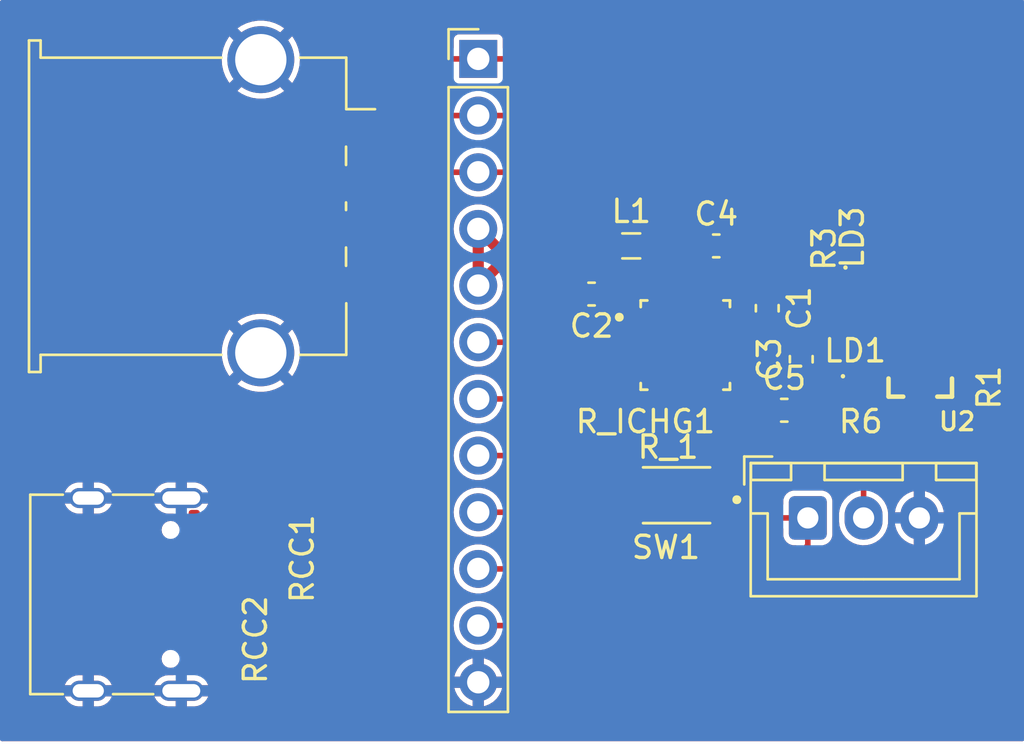
<source format=kicad_pcb>
(kicad_pcb (version 20221018) (generator pcbnew)
  (layers (0 "F.Cu" signal) (31 "B.Cu" signal) (34 "B.Paste" user) (35 "F.Paste" user) (36 "B.SilkS" user "B.Silkscreen") (37 "F.SilkS" user "F.Silkscreen") (38 "B.Mask" user) (39 "F.Mask" user) (44 "Edge.Cuts" user))
  (net 0 "")
  (net 1 "VBUS")
  (net 2 "GND")
  (net 3 "VOUTB")
  (net 4 "Net-(U1-VSYS)")
  (net 5 "Net-(U1-DEC)")
  (net 6 "Net-(J1-Pin_1)")
  (net 7 "Net-(J1-Pin_2)")
  (net 8 "Net-(J2-CC1)")
  (net 9 "Net-(J3-Pin_3)")
  (net 10 "Net-(J3-Pin_2)")
  (net 12 "Net-(J2-CC2)")
  (net 14 "Net-(J3-Pin_6)")
  (net 15 "Net-(J3-Pin_8)")
  (net 16 "ERR")
  (net 17 "CHG")
  (net 18 "SHPACT")
  (net 19 "Low_Batt")
  (net 20 "Net-(U1-SW)")
  (net 21 "Net-(LD1-K)")
  (net 22 "Net-(LD1-A)")
  (net 23 "Net-(LD3-A)")
  (net 24 "Net-(U1-SHPHLD)")
  (net 25 "Net-(U1-ICHG)")
  (footprint "Resistor_SMD:R_0201_0603Metric" (layer "F.Cu") (at 95.3262 82.6262 -90)
    (fp_text reference "R3" (at -1.7272 0.0762 90) (layer "F.SilkS"))
    (fp_text value "1k" hide)
    (pad "1" smd roundrect (at -0.32 0 270) (size 0.46 0.4) (layers "F.Cu" "F.Mask") (net 1 "VBUS"))
    (pad "2" smd roundrect (at 0.32 0 270) (size 0.46 0.4) (layers "F.Cu" "F.Mask") (net 23 "Net-(LD3-A)"))
  )
  (footprint "Capacitor_SMD:C_0603_1608Metric" (layer "F.Cu") (at 93.472 88.138)
    (fp_text reference "C5" (at 0 -1.43) (layer "F.SilkS"))
    (fp_text value "1uF" hide)
    (fp_line (start -0.14058 -0.51) (end 0.14058 -0.51) (stroke (width 0.12)) (layer "F.SilkS"))
    (fp_line (start -0.14058 0.51) (end 0.14058 0.51) (stroke (width 0.12)) (layer "F.SilkS"))
    (pad "1" smd roundrect (at -0.775 0) (size 0.9 0.95) (layers "F.Cu" "F.Paste" "F.Mask") (net 6 "Net-(J1-Pin_1)"))
    (pad "2" smd roundrect (at 0.775 0) (size 0.9 0.95) (layers "F.Cu" "F.Paste" "F.Mask") (net 2 "GND"))
  )
  (footprint "TESIS:SOT23" (layer "F.Cu") (at 99.568 86.868 180)
    (fp_text reference "U2" (at -1.651 -1.778) (layer "F.SilkS") (effects (font (size 0.800984 0.800984))))
    (fp_text value "FDV303N" hide)
    (fp_line (start -1.4224 -0.6604) (end -0.7636 -0.6604) (stroke (width 0.2032)) (layer "F.SilkS"))
    (fp_line (start -1.4224 0.1524) (end -1.4224 -0.6604) (stroke (width 0.2032)) (layer "F.SilkS"))
    (fp_line (start 0.7636 -0.6604) (end 1.4224 -0.6604) (stroke (width 0.2032)) (layer "F.SilkS"))
    (fp_line (start 1.4224 -0.6604) (end 1.4224 0.1524) (stroke (width 0.2032)) (layer "F.SilkS"))
    (pad "1" smd rect (at -0.95 1.1 180) (size 1 1.4) (layers "F.Cu" "F.Paste" "F.Mask") (net 19 "Low_Batt"))
    (pad "2" smd rect (at 0.95 1.1 180) (size 1 1.4) (layers "F.Cu" "F.Paste" "F.Mask") (net 21 "Net-(LD1-K)"))
    (pad "3" smd rect (at 0 -1.1 180) (size 1 1.4) (layers "F.Cu" "F.Paste" "F.Mask") (net 2 "GND"))
  )
  (footprint "TESIS:SW_B3U-1000P" (layer "F.Cu") (at 88.646 91.948 180)
    (fp_text reference "SW1" (at 0.475 -2.335) (layer "F.SilkS"))
    (fp_text value "SW_DIP_x01" hide)
    (fp_line (start -1.5 -1.25) (end 1.5 -1.25) (stroke (width 0.127)) (layer "F.SilkS"))
    (fp_line (start -1.5 1.25) (end 1.5 1.25) (stroke (width 0.127)) (layer "F.SilkS"))
    (fp_circle (center -2.7 -0.2) (end -2.6 -0.2) (stroke (width 0.2)) (fill none) (layer "F.SilkS"))
    (pad "1" smd rect (at -1.7 0 180) (size 0.8 1.7) (layers "F.Cu" "F.Paste" "F.Mask") (net 24 "Net-(U1-SHPHLD)"))
    (pad "2" smd rect (at 1.7 0 180) (size 0.8 1.7) (layers "F.Cu" "F.Paste" "F.Mask") (net 2 "GND"))
  )
  (footprint "LED_SMD:LED_0201_0603Metric" (layer "F.Cu") (at 96.962 86.614)
    (fp_text reference "LD1" (at -0.315 -1.143) (layer "F.SilkS"))
    (fp_text value "R" hide)
    (fp_circle (center -0.86 0) (end -0.81 0) (stroke (width 0.1)) (fill none) (layer "F.SilkS"))
    (pad "1" smd roundrect (at -0.32 0) (size 0.46 0.4) (layers "F.Cu" "F.Mask") (net 21 "Net-(LD1-K)"))
    (pad "2" smd roundrect (at 0.32 0) (size 0.46 0.4) (layers "F.Cu" "F.Mask") (net 22 "Net-(LD1-A)"))
  )
  (footprint "Capacitor_SMD:C_0603_1608Metric" (layer "F.Cu") (at 84.836 82.931 180)
    (fp_text reference "C2" (at 0 -1.43) (layer "F.SilkS"))
    (fp_text value "10uF" hide)
    (fp_line (start -0.14058 -0.51) (end 0.14058 -0.51) (stroke (width 0.12)) (layer "F.SilkS"))
    (fp_line (start -0.14058 0.51) (end 0.14058 0.51) (stroke (width 0.12)) (layer "F.SilkS"))
    (pad "1" smd roundrect (at -0.775 0 180) (size 0.9 0.95) (layers "F.Cu" "F.Paste" "F.Mask") (net 3 "VOUTB"))
    (pad "2" smd roundrect (at 0.775 0 180) (size 0.9 0.95) (layers "F.Cu" "F.Paste" "F.Mask") (net 2 "GND"))
  )
  (footprint "LED_SMD:LED_0201_0603Metric" (layer "F.Cu") (at 96.2152 82.6008 -90)
    (fp_text reference "LD3" (at -2.2098 -0.3048 90) (layer "F.SilkS"))
    (fp_text value "R" hide)
    (fp_circle (center -0.86 0) (end -0.81 0) (stroke (width 0.1)) (fill none) (layer "F.SilkS"))
    (pad "1" smd roundrect (at -0.32 0 270) (size 0.46 0.4) (layers "F.Cu" "F.Mask") (net 2 "GND"))
    (pad "2" smd roundrect (at 0.32 0 270) (size 0.46 0.4) (layers "F.Cu" "F.Mask") (net 23 "Net-(LD3-A)"))
  )
  (footprint "Resistor_SMD:R_0201_0603Metric" (layer "F.Cu") (at 101.6 87.122 -90)
    (fp_text reference "R1" (at 0 -1.05 90) (layer "F.SilkS"))
    (fp_text value "1M" hide)
    (pad "1" smd roundrect (at -0.32 0 270) (size 0.46 0.4) (layers "F.Cu" "F.Mask") (net 19 "Low_Batt"))
    (pad "2" smd roundrect (at 0.32 0 270) (size 0.46 0.4) (layers "F.Cu" "F.Mask") (net 2 "GND"))
  )
  (footprint "Connector_JST:JST_XH_B3B-XH-A_1x03_P2.50mm_Vertical" (layer "F.Cu") (at 94.528 92.964)
    (fp_text reference "J1" hide)
    (fp_text value "Battery")
    (fp_line (start -2.85 -2.75) (end -2.85 -1.5) (stroke (width 0.12)) (layer "F.SilkS"))
    (fp_line (start -2.56 -2.46) (end -2.56 3.51) (stroke (width 0.12)) (layer "F.SilkS"))
    (fp_line (start -2.56 3.51) (end 7.56 3.51) (stroke (width 0.12)) (layer "F.SilkS"))
    (fp_line (start -2.55 -2.45) (end -2.55 -1.7) (stroke (width 0.12)) (layer "F.SilkS"))
    (fp_line (start -2.55 -1.7) (end -0.75 -1.7) (stroke (width 0.12)) (layer "F.SilkS"))
    (fp_line (start -2.55 -0.2) (end -1.8 -0.2) (stroke (width 0.12)) (layer "F.SilkS"))
    (fp_line (start -1.8 -0.2) (end -1.8 2.75) (stroke (width 0.12)) (layer "F.SilkS"))
    (fp_line (start -1.8 2.75) (end 2.5 2.75) (stroke (width 0.12)) (layer "F.SilkS"))
    (fp_line (start -1.6 -2.75) (end -2.85 -2.75) (stroke (width 0.12)) (layer "F.SilkS"))
    (fp_line (start -0.75 -2.45) (end -2.55 -2.45) (stroke (width 0.12)) (layer "F.SilkS"))
    (fp_line (start -0.75 -1.7) (end -0.75 -2.45) (stroke (width 0.12)) (layer "F.SilkS"))
    (fp_line (start 0.75 -2.45) (end 0.75 -1.7) (stroke (width 0.12)) (layer "F.SilkS"))
    (fp_line (start 0.75 -1.7) (end 4.25 -1.7) (stroke (width 0.12)) (layer "F.SilkS"))
    (fp_line (start 4.25 -2.45) (end 0.75 -2.45) (stroke (width 0.12)) (layer "F.SilkS"))
    (fp_line (start 4.25 -1.7) (end 4.25 -2.45) (stroke (width 0.12)) (layer "F.SilkS"))
    (fp_line (start 5.75 -2.45) (end 5.75 -1.7) (stroke (width 0.12)) (layer "F.SilkS"))
    (fp_line (start 5.75 -1.7) (end 7.55 -1.7) (stroke (width 0.12)) (layer "F.SilkS"))
    (fp_line (start 6.8 -0.2) (end 6.8 2.75) (stroke (width 0.12)) (layer "F.SilkS"))
    (fp_line (start 6.8 2.75) (end 2.5 2.75) (stroke (width 0.12)) (layer "F.SilkS"))
    (fp_line (start 7.55 -2.45) (end 5.75 -2.45) (stroke (width 0.12)) (layer "F.SilkS"))
    (fp_line (start 7.55 -1.7) (end 7.55 -2.45) (stroke (width 0.12)) (layer "F.SilkS"))
    (fp_line (start 7.55 -0.2) (end 6.8 -0.2) (stroke (width 0.12)) (layer "F.SilkS"))
    (fp_line (start 7.56 -2.46) (end -2.56 -2.46) (stroke (width 0.12)) (layer "F.SilkS"))
    (fp_line (start 7.56 3.51) (end 7.56 -2.46) (stroke (width 0.12)) (layer "F.SilkS"))
    (pad "1" thru_hole roundrect (at 0 0) (size 1.7 1.95) (drill 0.95) (layers "*.Cu" "*.Mask") (roundrect_rratio 0.147059) (net 6 "Net-(J1-Pin_1)"))
    (pad "2" thru_hole oval (at 2.5 0) (size 1.7 1.95) (drill 0.95) (layers "*.Cu" "*.Mask") (net 7 "Net-(J1-Pin_2)"))
    (pad "3" thru_hole oval (at 5 0) (size 1.7 1.95) (drill 0.95) (layers "*.Cu" "*.Mask") (net 2 "GND"))
  )
  (footprint "Resistor_SMD:R_0201_0603Metric" (layer "F.Cu") (at 90.17 89.916 180)
    (fp_text reference "R_1" (at 1.905 0.127) (layer "F.SilkS"))
    (fp_text value "100k" hide)
    (pad "1" smd roundrect (at -0.32 0 180) (size 0.46 0.4) (layers "F.Cu" "F.Mask") (net 6 "Net-(J1-Pin_1)"))
    (pad "2" smd roundrect (at 0.32 0 180) (size 0.46 0.4) (layers "F.Cu" "F.Mask") (net 24 "Net-(U1-SHPHLD)"))
  )
  (footprint "Inductor_SMD:L_0805_2012Metric" (layer "F.Cu") (at 86.614 80.772)
    (fp_text reference "L1" (at 0 -1.55) (layer "F.SilkS"))
    (fp_text value "2.2uH" hide)
    (fp_line (start -0.399622 -0.56) (end 0.399622 -0.56) (stroke (width 0.12)) (layer "F.SilkS"))
    (fp_line (start -0.399622 0.56) (end 0.399622 0.56) (stroke (width 0.12)) (layer "F.SilkS"))
    (pad "1" smd roundrect (at -1.0625 0) (size 0.875 1.2) (layers "F.Cu" "F.Paste" "F.Mask") (net 3 "VOUTB"))
    (pad "2" smd roundrect (at 1.0625 0) (size 0.875 1.2) (layers "F.Cu" "F.Paste" "F.Mask") (net 20 "Net-(U1-SW)"))
  )
  (footprint "Resistor_SMD:R_0201_0603Metric" (layer "F.Cu") (at 70.8152 94.7928 -90)
    (fp_text reference "RCC1" (at 0 -1.05 90) (layer "F.SilkS"))
    (fp_text value "5.1k" hide)
    (pad "1" smd roundrect (at -0.32 0 270) (size 0.46 0.4) (layers "F.Cu" "F.Mask") (net 2 "GND"))
    (pad "2" smd roundrect (at 0.32 0 270) (size 0.46 0.4) (layers "F.Cu" "F.Mask") (net 8 "Net-(J2-CC1)"))
  )
  (footprint "Capacitor_SMD:C_0603_1608Metric" (layer "F.Cu") (at 92.71 83.566 -90)
    (fp_text reference "C1" (at 0 -1.43 90) (layer "F.SilkS"))
    (fp_text value "2.2uF" hide)
    (fp_line (start -0.14058 -0.51) (end 0.14058 -0.51) (stroke (width 0.12)) (layer "F.SilkS"))
    (fp_line (start -0.14058 0.51) (end 0.14058 0.51) (stroke (width 0.12)) (layer "F.SilkS"))
    (pad "1" smd roundrect (at -0.775 0 270) (size 0.9 0.95) (layers "F.Cu" "F.Paste" "F.Mask") (net 1 "VBUS"))
    (pad "2" smd roundrect (at 0.775 0 270) (size 0.9 0.95) (layers "F.Cu" "F.Paste" "F.Mask") (net 2 "GND"))
  )
  (footprint "Resistor_SMD:R_0201_0603Metric" (layer "F.Cu") (at 70.8152 98.425 90)
    (fp_text reference "RCC2" (at 0 -1.05 90) (layer "F.SilkS"))
    (fp_text value "5.1k" hide)
    (pad "1" smd roundrect (at -0.32 0 90) (size 0.46 0.4) (layers "F.Cu" "F.Mask") (net 2 "GND"))
    (pad "2" smd roundrect (at 0.32 0 90) (size 0.46 0.4) (layers "F.Cu" "F.Mask") (net 12 "Net-(J2-CC2)"))
  )
  (footprint "Resistor_SMD:R_0201_0603Metric" (layer "F.Cu") (at 96.962 87.63)
    (fp_text reference "R6" (at -0.061 1.016) (layer "F.SilkS"))
    (fp_text value "150" hide)
    (pad "1" smd roundrect (at -0.32 0) (size 0.46 0.4) (layers "F.Cu" "F.Mask") (net 4 "Net-(U1-VSYS)"))
    (pad "2" smd roundrect (at 0.32 0) (size 0.46 0.4) (layers "F.Cu" "F.Mask") (net 22 "Net-(LD1-A)"))
  )
  (footprint "Capacitor_SMD:C_0603_1608Metric" (layer "F.Cu") (at 94.234 85.852 90)
    (fp_text reference "C3" (at 0 -1.43 90) (layer "F.SilkS"))
    (fp_text value "10uF" hide)
    (fp_line (start -0.14058 -0.51) (end 0.14058 -0.51) (stroke (width 0.12)) (layer "F.SilkS"))
    (fp_line (start -0.14058 0.51) (end 0.14058 0.51) (stroke (width 0.12)) (layer "F.SilkS"))
    (pad "1" smd roundrect (at -0.775 0 90) (size 0.9 0.95) (layers "F.Cu" "F.Paste" "F.Mask") (net 4 "Net-(U1-VSYS)"))
    (pad "2" smd roundrect (at 0.775 0 90) (size 0.9 0.95) (layers "F.Cu" "F.Paste" "F.Mask") (net 2 "GND"))
  )
  (footprint "Connector_USB:USB_A_TE_292303-7_Horizontal" (layer "F.Cu") (at 67.31 78.994 -90)
    (fp_text reference "J4" hide)
    (fp_text value "USB_B" hide)
    (fp_line (start -7.43 7.17) (end -7.43 7.69) (stroke (width 0.12)) (layer "F.SilkS"))
    (fp_line (start -7.43 7.69) (end 7.43 7.69) (stroke (width 0.12)) (layer "F.SilkS"))
    (fp_line (start -6.66 -6.53) (end -6.66 -4.46) (stroke (width 0.12)) (layer "F.SilkS"))
    (fp_line (start -6.66 -6.53) (end -4.35 -6.53) (stroke (width 0.12)) (layer "F.SilkS"))
    (fp_line (start -6.66 7.17) (end -7.43 7.17) (stroke (width 0.12)) (layer "F.SilkS"))
    (fp_line (start -6.66 7.17) (end -6.66 -0.94) (stroke (width 0.12)) (layer "F.SilkS"))
    (fp_line (start -4.35 -7.82) (end -4.35 -6.53) (stroke (width 0.12)) (layer "F.SilkS"))
    (fp_line (start -2.67 -6.52) (end -1.85 -6.52) (stroke (width 0.12)) (layer "F.SilkS"))
    (fp_line (start -0.17 -6.52) (end 0.17 -6.52) (stroke (width 0.12)) (layer "F.SilkS"))
    (fp_line (start 1.85 -6.52) (end 2.67 -6.52) (stroke (width 0.12)) (layer "F.SilkS"))
    (fp_line (start 4.35 -6.53) (end 6.66 -6.53) (stroke (width 0.12)) (layer "F.SilkS"))
    (fp_line (start 6.66 -6.53) (end 6.66 -4.46) (stroke (width 0.12)) (layer "F.SilkS"))
    (fp_line (start 6.66 -0.94) (end 6.66 7.17) (stroke (width 0.12)) (layer "F.SilkS"))
    (fp_line (start 7.43 7.17) (end 6.66 7.17) (stroke (width 0.12)) (layer "F.SilkS"))
    (fp_line (start 7.43 7.69) (end 7.43 7.17) (stroke (width 0.12)) (layer "F.SilkS"))
    (pad "1" smd rect (at -3.5 -6.38 270) (size 1.25 3) (layers "F.Cu" "F.Paste" "F.Mask") (net 1 "VBUS"))
    (pad "2" smd rect (at -1 -6.38 270) (size 1.25 3) (layers "F.Cu" "F.Paste" "F.Mask") (net 10 "Net-(J3-Pin_2)"))
    (pad "3" smd rect (at 1 -6.38 270) (size 1.25 3) (layers "F.Cu" "F.Paste" "F.Mask") (net 9 "Net-(J3-Pin_3)"))
    (pad "4" smd rect (at 3.5 -6.38 270) (size 1.25 3) (layers "F.Cu" "F.Paste" "F.Mask") (net 2 "GND"))
    (pad "5" thru_hole circle (at -6.57 -2.7 270) (size 3 3) (drill 2.3) (layers "*.Cu" "*.Mask") (net 2 "GND"))
    (pad "5" thru_hole circle (at 6.57 -2.7 270) (size 3 3) (drill 2.3) (layers "*.Cu" "*.Mask") (net 2 "GND"))
  )
  (footprint "TESIS:QFN50P400X400X90-25N" (layer "F.Cu") (at 89.038 85.217)
    (fp_text reference "U1" hide)
    (fp_text value "NPM1100-QDAB-R7" hide)
    (fp_line (start -2 -2) (end -2 -1.705) (stroke (width 0.127)) (layer "F.SilkS"))
    (fp_line (start -2 -2) (end -1.705 -2) (stroke (width 0.127)) (layer "F.SilkS"))
    (fp_line (start -2 2) (end -2 1.705) (stroke (width 0.127)) (layer "F.SilkS"))
    (fp_line (start -2 2) (end -1.705 2) (stroke (width 0.127)) (layer "F.SilkS"))
    (fp_line (start 2 -2) (end 1.705 -2) (stroke (width 0.127)) (layer "F.SilkS"))
    (fp_line (start 2 -2) (end 2 -1.705) (stroke (width 0.127)) (layer "F.SilkS"))
    (fp_line (start 2 2) (end 1.705 2) (stroke (width 0.127)) (layer "F.SilkS"))
    (fp_line (start 2 2) (end 2 1.705) (stroke (width 0.127)) (layer "F.SilkS"))
    (fp_circle (center -2.96 -1.25) (end -2.86 -1.25) (stroke (width 0.2)) (fill none) (layer "F.SilkS"))
    (pad "1" smd roundrect (at -1.95 -1.25) (size 0.81 0.27) (layers "F.Cu" "F.Paste" "F.Mask") (roundrect_rratio 0.125) (net 3 "VOUTB"))
    (pad "2" smd roundrect (at -1.95 -0.75) (size 0.81 0.27) (layers "F.Cu" "F.Paste" "F.Mask") (roundrect_rratio 0.125) (net 2 "GND"))
    (pad "3" smd roundrect (at -1.95 -0.25) (size 0.81 0.27) (layers "F.Cu" "F.Paste" "F.Mask") (roundrect_rratio 0.125) (net 2 "GND"))
    (pad "4" smd roundrect (at -1.95 0.25) (size 0.81 0.27) (layers "F.Cu" "F.Paste" "F.Mask") (roundrect_rratio 0.125))
    (pad "5" smd roundrect (at -1.95 0.75) (size 0.81 0.27) (layers "F.Cu" "F.Paste" "F.Mask") (roundrect_rratio 0.125) (net 14 "Net-(J3-Pin_6)"))
    (pad "6" smd roundrect (at -1.95 1.25) (size 0.81 0.27) (layers "F.Cu" "F.Paste" "F.Mask") (roundrect_rratio 0.125) (net 18 "SHPACT"))
    (pad "7" smd roundrect (at -1.25 1.95) (size 0.27 0.81) (layers "F.Cu" "F.Paste" "F.Mask") (roundrect_rratio 0.125) (net 15 "Net-(J3-Pin_8)"))
    (pad "8" smd roundrect (at -0.75 1.95) (size 0.27 0.81) (layers "F.Cu" "F.Paste" "F.Mask") (roundrect_rratio 0.125) (net 17 "CHG"))
    (pad "9" smd roundrect (at -0.25 1.95) (size 0.27 0.81) (layers "F.Cu" "F.Paste" "F.Mask") (roundrect_rratio 0.125))
    (pad "10" smd roundrect (at 0.25 1.95) (size 0.27 0.81) (layers "F.Cu" "F.Paste" "F.Mask") (roundrect_rratio 0.125) (net 16 "ERR"))
    (pad "11" smd roundrect (at 0.75 1.95) (size 0.27 0.81) (layers "F.Cu" "F.Paste" "F.Mask") (roundrect_rratio 0.125) (net 24 "Net-(U1-SHPHLD)"))
    (pad "12" smd roundrect (at 1.25 1.95) (size 0.27 0.81) (layers "F.Cu" "F.Paste" "F.Mask") (roundrect_rratio 0.125) (net 25 "Net-(U1-ICHG)"))
    (pad "13" smd roundrect (at 1.95 1.25) (size 0.81 0.27) (layers "F.Cu" "F.Paste" "F.Mask") (roundrect_rratio 0.125))
    (pad "14" smd roundrect (at 1.95 0.75) (size 0.81 0.27) (layers "F.Cu" "F.Paste" "F.Mask") (roundrect_rratio 0.125) (net 7 "Net-(J1-Pin_2)"))
    (pad "15" smd roundrect (at 1.95 0.25) (size 0.81 0.27) (layers "F.Cu" "F.Paste" "F.Mask") (roundrect_rratio 0.125) (net 6 "Net-(J1-Pin_1)"))
    (pad "16" smd roundrect (at 1.95 -0.25) (size 0.81 0.27) (layers "F.Cu" "F.Paste" "F.Mask") (roundrect_rratio 0.125) (net 4 "Net-(U1-VSYS)"))
    (pad "17" smd roundrect (at 1.95 -0.75) (size 0.81 0.27) (layers "F.Cu" "F.Paste" "F.Mask") (roundrect_rratio 0.125) (net 1 "VBUS"))
    (pad "18" smd roundrect (at 1.95 -1.25) (size 0.81 0.27) (layers "F.Cu" "F.Paste" "F.Mask") (roundrect_rratio 0.125))
    (pad "19" smd roundrect (at 1.25 -1.95) (size 0.27 0.81) (layers "F.Cu" "F.Paste" "F.Mask") (roundrect_rratio 0.125) (net 10 "Net-(J3-Pin_2)"))
    (pad "20" smd roundrect (at 0.75 -1.95) (size 0.27 0.81) (layers "F.Cu" "F.Paste" "F.Mask") (roundrect_rratio 0.125) (net 9 "Net-(J3-Pin_3)"))
    (pad "21" smd roundrect (at 0.25 -1.95) (size 0.27 0.81) (layers "F.Cu" "F.Paste" "F.Mask") (roundrect_rratio 0.125) (net 5 "Net-(U1-DEC)"))
    (pad "22" smd roundrect (at -0.25 -1.95) (size 0.27 0.81) (layers "F.Cu" "F.Paste" "F.Mask") (roundrect_rratio 0.125) (net 20 "Net-(U1-SW)"))
    (pad "23" smd roundrect (at -0.75 -1.95) (size 0.27 0.81) (layers "F.Cu" "F.Paste" "F.Mask") (roundrect_rratio 0.125) (net 2 "GND"))
    (pad "24" smd roundrect (at -1.25 -1.95) (size 0.27 0.81) (layers "F.Cu" "F.Paste" "F.Mask") (roundrect_rratio 0.125))
    (pad "25" smd rect (at 0 0) (size 2.7 2.7) (layers "F.Cu" "F.Mask") (net 2 "GND"))
  )
  (footprint "Connector_PinHeader_2.54mm:PinHeader_1x12_P2.54mm_Vertical" (layer "F.Cu") (at 79.756 72.39)
    (fp_text reference "J3" hide)
    (fp_text value "Conn_01x12")
    (fp_line (start -1.33 -1.33) (end 0 -1.33) (stroke (width 0.12)) (layer "F.SilkS"))
    (fp_line (start -1.33 0) (end -1.33 -1.33) (stroke (width 0.12)) (layer "F.SilkS"))
    (fp_line (start -1.33 1.27) (end -1.33 29.27) (stroke (width 0.12)) (layer "F.SilkS"))
    (fp_line (start -1.33 1.27) (end 1.33 1.27) (stroke (width 0.12)) (layer "F.SilkS"))
    (fp_line (start -1.33 29.27) (end 1.33 29.27) (stroke (width 0.12)) (layer "F.SilkS"))
    (fp_line (start 1.33 1.27) (end 1.33 29.27) (stroke (width 0.12)) (layer "F.SilkS"))
    (pad "1" thru_hole rect (at 0 0) (size 1.7 1.7) (drill 1) (layers "*.Cu" "*.Mask") (net 1 "VBUS"))
    (pad "2" thru_hole oval (at 0 2.54) (size 1.7 1.7) (drill 1) (layers "*.Cu" "*.Mask") (net 10 "Net-(J3-Pin_2)"))
    (pad "3" thru_hole oval (at 0 5.08) (size 1.7 1.7) (drill 1) (layers "*.Cu" "*.Mask") (net 9 "Net-(J3-Pin_3)"))
    (pad "4" thru_hole oval (at 0 7.62) (size 1.7 1.7) (drill 1) (layers "*.Cu" "*.Mask") (net 3 "VOUTB"))
    (pad "5" thru_hole oval (at 0 10.16) (size 1.7 1.7) (drill 1) (layers "*.Cu" "*.Mask") (net 3 "VOUTB"))
    (pad "6" thru_hole oval (at 0 12.7) (size 1.7 1.7) (drill 1) (layers "*.Cu" "*.Mask") (net 14 "Net-(J3-Pin_6)"))
    (pad "7" thru_hole oval (at 0 15.24) (size 1.7 1.7) (drill 1) (layers "*.Cu" "*.Mask") (net 18 "SHPACT"))
    (pad "8" thru_hole oval (at 0 17.78) (size 1.7 1.7) (drill 1) (layers "*.Cu" "*.Mask") (net 15 "Net-(J3-Pin_8)"))
    (pad "9" thru_hole oval (at 0 20.32) (size 1.7 1.7) (drill 1) (layers "*.Cu" "*.Mask") (net 17 "CHG"))
    (pad "10" thru_hole oval (at 0 22.86) (size 1.7 1.7) (drill 1) (layers "*.Cu" "*.Mask") (net 16 "ERR"))
    (pad "11" thru_hole oval (at 0 25.4) (size 1.7 1.7) (drill 1) (layers "*.Cu" "*.Mask") (net 19 "Low_Batt"))
    (pad "12" thru_hole oval (at 0 27.94) (size 1.7 1.7) (drill 1) (layers "*.Cu" "*.Mask") (net 2 "GND"))
  )
  (footprint "Connector_USB:USB_C_Receptacle_Palconn_UTC16-G" (layer "F.Cu") (at 64.516 96.393 -90)
    (fp_text reference "J2" hide)
    (fp_text value "USB_C_Receptacle_USB2.0" hide)
    (fp_line (start -4.47 -0.67) (end -4.47 1.13) (stroke (width 0.12)) (layer "F.SilkS"))
    (fp_line (start -4.47 4.84) (end -4.47 3.38) (stroke (width 0.12)) (layer "F.SilkS"))
    (fp_line (start 4.47 -0.67) (end 4.47 1.13) (stroke (width 0.12)) (layer "F.SilkS"))
    (fp_line (start 4.47 4.84) (end -4.47 4.84) (stroke (width 0.12)) (layer "F.SilkS"))
    (fp_line (start 4.47 4.84) (end 4.47 3.38) (stroke (width 0.12)) (layer "F.SilkS"))
    (pad "" np_thru_hole circle (at -2.89 -1.45 90) (size 0.6 0.6) (drill 0.6) (layers "*.Cu" "*.Mask"))
    (pad "" np_thru_hole circle (at 2.89 -1.45 90) (size 0.6 0.6) (drill 0.6) (layers "*.Cu" "*.Mask"))
    (pad "A1" smd rect (at -3.2 -2.51 270) (size 0.6 1.16) (layers "F.Cu" "F.Paste" "F.Mask") (net 2 "GND"))
    (pad "A4" smd rect (at -2.4 -2.51 270) (size 0.6 1.16) (layers "F.Cu" "F.Paste" "F.Mask") (net 1 "VBUS"))
    (pad "A5" smd rect (at -1.25 -2.51 90) (size 0.3 1.16) (layers "F.Cu" "F.Paste" "F.Mask") (net 8 "Net-(J2-CC1)"))
    (pad "A6" smd rect (at -0.25 -2.51 90) (size 0.3 1.16) (layers "F.Cu" "F.Paste" "F.Mask") (net 9 "Net-(J3-Pin_3)"))
    (pad "A7" smd rect (at 0.25 -2.51 90) (size 0.3 1.16) (layers "F.Cu" "F.Paste" "F.Mask") (net 10 "Net-(J3-Pin_2)"))
    (pad "A8" smd rect (at 1.25 -2.51 90) (size 0.3 1.16) (layers "F.Cu" "F.Paste" "F.Mask"))
    (pad "A9" smd rect (at 2.4 -2.51 270) (size 0.6 1.16) (layers "F.Cu" "F.Paste" "F.Mask") (net 1 "VBUS"))
    (pad "A12" smd rect (at 3.2 -2.51 270) (size 0.6 1.16) (layers "F.Cu" "F.Paste" "F.Mask") (net 2 "GND"))
    (pad "B1" smd rect (at 3.2 -2.51 270) (size 0.6 1.16) (layers "F.Cu" "F.Paste" "F.Mask") (net 2 "GND"))
    (pad "B4" smd rect (at 2.4 -2.51 270) (size 0.6 1.16) (layers "F.Cu" "F.Paste" "F.Mask") (net 1 "VBUS"))
    (pad "B5" smd rect (at 1.75 -2.51 90) (size 0.3 1.16) (layers "F.Cu" "F.Paste" "F.Mask") (net 12 "Net-(J2-CC2)"))
    (pad "B6" smd rect (at 0.75 -2.51 90) (size 0.3 1.16) (layers "F.Cu" "F.Paste" "F.Mask") (net 9 "Net-(J3-Pin_3)"))
    (pad "B7" smd rect (at -0.75 -2.51 90) (size 0.3 1.16) (layers "F.Cu" "F.Paste" "F.Mask") (net 10 "Net-(J3-Pin_2)"))
    (pad "B8" smd rect (at -1.75 -2.51 90) (size 0.3 1.16) (layers "F.Cu" "F.Paste" "F.Mask"))
    (pad "B9" smd rect (at -2.4 -2.51 270) (size 0.6 1.16) (layers "F.Cu" "F.Paste" "F.Mask") (net 1 "VBUS"))
    (pad "B12" smd rect (at -3.2 -2.51 270) (size 0.6 1.16) (layers "F.Cu" "F.Paste" "F.Mask") (net 2 "GND"))
    (pad "S1" thru_hole oval (at -4.32 -1.93) (size 2 0.9) (drill oval 1.7 0.6) (layers "*.Cu" "*.Mask") (net 2 "GND"))
    (pad "S1" thru_hole oval (at -4.32 2.24) (size 1.7 0.9) (drill oval 1.4 0.6) (layers "*.Cu" "*.Mask") (net 2 "GND"))
    (pad "S1" thru_hole oval (at 4.32 -1.93) (size 2 0.9) (drill oval 1.7 0.6) (layers "*.Cu" "*.Mask") (net 2 "GND"))
    (pad "S1" thru_hole oval (at 4.32 2.24) (size 1.7 0.9) (drill oval 1.4 0.6) (layers "*.Cu" "*.Mask") (net 2 "GND"))
  )
  (footprint "Resistor_SMD:R_0201_0603Metric" (layer "F.Cu") (at 90.678 88.265)
    (fp_text reference "R_ICHG1" (at -3.429 0.381) (layer "F.SilkS"))
    (fp_text value "1.5k" hide)
    (pad "1" smd roundrect (at -0.32 0) (size 0.46 0.4) (layers "F.Cu" "F.Mask") (net 25 "Net-(U1-ICHG)"))
    (pad "2" smd roundrect (at 0.32 0) (size 0.46 0.4) (layers "F.Cu" "F.Mask") (net 2 "GND"))
  )
  (footprint "Capacitor_SMD:C_0603_1608Metric" (layer "F.Cu") (at 90.424 80.772)
    (fp_text reference "C4" (at 0 -1.43) (layer "F.SilkS"))
    (fp_text value "10uF" hide)
    (fp_line (start -0.14058 -0.51) (end 0.14058 -0.51) (stroke (width 0.12)) (layer "F.SilkS"))
    (fp_line (start -0.14058 0.51) (end 0.14058 0.51) (stroke (width 0.12)) (layer "F.SilkS"))
    (pad "1" smd roundrect (at -0.775 0) (size 0.9 0.95) (layers "F.Cu" "F.Paste" "F.Mask") (net 5 "Net-(U1-DEC)"))
    (pad "2" smd roundrect (at 0.775 0) (size 0.9 0.95) (layers "F.Cu" "F.Paste" "F.Mask") (net 2 "GND"))
  )
  (gr_line (start 58.42 102.87) (end 58.42 69.85) (stroke (width 0.2)) (layer "F.Cu"))
  (gr_line (start 104.14 69.85) (end 104.14 102.87) (stroke (width 0.2)) (layer "F.Cu"))
  (gr_line (start 58.42 69.85) (end 104.14 69.85) (stroke (width 0.2)) (layer "F.Cu"))
  (gr_line (start 104.14 102.87) (end 58.42 102.87) (stroke (width 0.2)) (layer "F.Cu"))
  (gr_line (start 104.14 69.85) (end 104.14 102.87) (stroke (width 0.2)) (layer "B.Cu"))
  (gr_line (start 58.42 102.87) (end 58.42 69.85) (stroke (width 0.2)) (layer "B.Cu"))
  (gr_line (start 104.14 102.87) (end 58.42 102.87) (stroke (width 0.2)) (layer "B.Cu"))
  (gr_line (start 58.42 69.85) (end 104.14 69.85) (stroke (width 0.2)) (layer "B.Cu"))
  (segment (start 66.121 94.168) (end 64.897 95.392) (width 0.25) (layer "F.Cu") (net 1))
  (segment (start 91.718 83.288) (end 92.215 82.791) (width 0.25) (layer "F.Cu") (net 1))
  (segment (start 93.98 82.296) (end 93.485 82.791) (width 0.25) (layer "F.Cu") (net 1))
  (segment (start 95.316 82.296) (end 95.3262 82.3062) (width 0.25) (layer "F.Cu") (net 1))
  (segment (start 66.851 98.618) (end 66.121 98.618) (width 0.25) (layer "F.Cu") (net 1))
  (segment (start 90.988 84.467) (end 91.555 84.467) (width 0.25) (layer "F.Cu") (net 1))
  (segment (start 65.349 75.494) (end 63.881 76.962) (width 0.25) (layer "F.Cu") (net 1))
  (segment (start 93.98 77.343) (end 93.98 82.296) (width 0.25) (layer "F.Cu") (net 1))
  (segment (start 73.69 75.494) (end 65.349 75.494) (width 0.25) (layer "F.Cu") (net 1))
  (segment (start 91.555 84.467) (end 91.718 84.304) (width 0.25) (layer "F.Cu") (net 1))
  (segment (start 93.98 82.296) (end 95.316 82.296) (width 0.25) (layer "F.Cu") (net 1))
  (segment (start 76.835 73.279) (end 77.724 72.39) (width 0.25) (layer "F.Cu") (net 1))
  (segment (start 66.851 94.168) (end 66.121 94.168) (width 0.25) (layer "F.Cu") (net 1))
  (segment (start 64.897 95.8088) (end 64.897 97.394) (width 0.25) (layer "F.Cu") (net 1))
  (segment (start 67.026 98.793) (end 66.851 98.618) (width 0.25) (layer "F.Cu") (net 1))
  (segment (start 63.881 76.962) (end 63.881 91.7702) (width 0.25) (layer "F.Cu") (net 1))
  (segment (start 64.897 95.392) (end 64.897 95.8088) (width 0.25) (layer "F.Cu") (net 1))
  (segment (start 91.718 84.304) (end 91.718 83.288) (width 0.25) (layer "F.Cu") (net 1))
  (segment (start 63.881 91.7702) (end 64.897 92.7862) (width 0.25) (layer "F.Cu") (net 1))
  (segment (start 67.026 93.993) (end 66.851 94.168) (width 0.25) (layer "F.Cu") (net 1))
  (segment (start 76.835 74.676) (end 76.835 73.279) (width 0.25) (layer "F.Cu") (net 1))
  (segment (start 77.724 72.39) (end 79.756 72.39) (width 0.25) (layer "F.Cu") (net 1))
  (segment (start 64.897 92.7862) (end 64.897 95.8088) (width 0.25) (layer "F.Cu") (net 1))
  (segment (start 93.485 82.791) (end 92.71 82.791) (width 0.25) (layer "F.Cu") (net 1))
  (segment (start 76.017 75.494) (end 76.835 74.676) (width 0.25) (layer "F.Cu") (net 1))
  (segment (start 79.756 72.39) (end 89.027 72.39) (width 0.25) (layer "F.Cu") (net 1))
  (segment (start 64.897 97.394) (end 66.121 98.618) (width 0.25) (layer "F.Cu") (net 1))
  (segment (start 89.027 72.39) (end 93.98 77.343) (width 0.25) (layer "F.Cu") (net 1))
  (segment (start 73.69 75.494) (end 76.017 75.494) (width 0.25) (layer "F.Cu") (net 1))
  (segment (start 92.215 82.791) (end 92.71 82.791) (width 0.25) (layer "F.Cu") (net 1))
  (segment (start 87.088 84.967) (end 88.788 84.967) (width 0.25) (layer "F.Cu") (net 2))
  (segment (start 88.788 84.967) (end 89.038 85.217) (width 0.25) (layer "F.Cu") (net 2))
  (segment (start 88.288 84.467) (end 89.038 85.217) (width 0.25) (layer "F.Cu") (net 2))
  (segment (start 88.288 83.267) (end 88.288 84.467) (width 0.25) (layer "F.Cu") (net 2))
  (segment (start 87.088 84.467) (end 88.288 84.467) (width 0.25) (layer "F.Cu") (net 2))
  (segment (start 85.611 82.931) (end 85.611 82.309) (width 0.25) (layer "F.Cu") (net 3))
  (segment (start 85.611 82.309) (end 84.455 81.153) (width 0.25) (layer "F.Cu") (net 3))
  (segment (start 87.088 83.967) (end 85.872 83.967) (width 0.25) (layer "F.Cu") (net 3))
  (segment (start 79.756 80.01) (end 79.756 82.55) (width 0.5) (layer "F.Cu") (net 3))
  (segment (start 85.611 83.706) (end 85.611 82.931) (width 0.25) (layer "F.Cu") (net 3))
  (segment (start 81.026 81.28) (end 80.899 81.153) (width 0.25) (layer "F.Cu") (net 3))
  (segment (start 84.455 81.153) (end 84.836 80.772) (width 0.25) (layer "F.Cu") (net 3))
  (segment (start 80.899 81.407) (end 79.756 82.55) (width 0.5) (layer "F.Cu") (net 3))
  (segment (start 85.872 83.967) (end 85.611 83.706) (width 0.25) (layer "F.Cu") (net 3))
  (segment (start 80.899 81.153) (end 79.756 80.01) (width 0.5) (layer "F.Cu") (net 3))
  (segment (start 80.899 81.153) (end 80.899 81.407) (width 0.25) (layer "F.Cu") (net 3))
  (segment (start 84.836 80.772) (end 85.5515 80.772) (width 0.25) (layer "F.Cu") (net 3))
  (segment (start 84.455 81.153) (end 84.328 81.28) (width 0.25) (layer "F.Cu") (net 3))
  (segment (start 84.328 81.28) (end 81.026 81.28) (width 0.5) (layer "F.Cu") (net 3))
  (segment (start 92.079 84.967) (end 90.988 84.967) (width 0.25) (layer "F.Cu") (net 4))
  (segment (start 96.012 87.63) (end 96.642 87.63) (width 0.25) (layer "F.Cu") (net 4))
  (segment (start 95.009 86.627) (end 96.012 87.63) (width 0.25) (layer "F.Cu") (net 4))
  (segment (start 94.234 86.627) (end 93.739 86.627) (width 0.25) (layer "F.Cu") (net 4))
  (segment (start 93.739 86.627) (end 92.079 84.967) (width 0.25) (layer "F.Cu") (net 4))
  (segment (start 94.234 86.627) (end 95.009 86.627) (width 0.25) (layer "F.Cu") (net 4))
  (segment (start 89.288 82.162) (end 89.649 81.801) (width 0.25) (layer "F.Cu") (net 5))
  (segment (start 89.288 83.267) (end 89.288 82.162) (width 0.25) (layer "F.Cu") (net 5))
  (segment (start 89.649 81.801) (end 89.649 80.772) (width 0.25) (layer "F.Cu") (net 5))
  (segment (start 101.346 92.202) (end 101.346 93.218) (width 0.25) (layer "F.Cu") (net 6))
  (segment (start 99.314 95.25) (end 95.504 95.25) (width 0.25) (layer "F.Cu") (net 6))
  (segment (start 98.552 89.408) (end 101.346 92.202) (width 0.25) (layer "F.Cu") (net 6))
  (segment (start 92.456 92.202) (end 93.218 92.964) (width 0.25) (layer "F.Cu") (net 6))
  (segment (start 92.697 86.347) (end 92.697 88.138) (width 0.25) (layer "F.Cu") (net 6))
  (segment (start 95.504 95.25) (end 94.488 94.234) (width 0.25) (layer "F.Cu") (net 6))
  (segment (start 94.528 94.194) (end 94.528 92.964) (width 0.25) (layer "F.Cu") (net 6))
  (segment (start 92.697 88.138) (end 93.967 89.408) (width 0.25) (layer "F.Cu") (net 6))
  (segment (start 91.817 85.467) (end 92.697 86.347) (width 0.25) (layer "F.Cu") (net 6))
  (segment (start 90.49 89.916) (end 91.186 89.916) (width 0.25) (layer "F.Cu") (net 6))
  (segment (start 101.346 93.218) (end 99.314 95.25) (width 0.25) (layer "F.Cu") (net 6))
  (segment (start 94.488 94.234) (end 94.528 94.194) (width 0.25) (layer "F.Cu") (net 6))
  (segment (start 91.186 89.916) (end 92.456 91.186) (width 0.25) (layer "F.Cu") (net 6))
  (segment (start 93.218 92.964) (end 94.528 92.964) (width 0.25) (layer "F.Cu") (net 6))
  (segment (start 92.456 91.186) (end 92.456 92.202) (width 0.25) (layer "F.Cu") (net 6))
  (segment (start 93.967 89.408) (end 98.552 89.408) (width 0.25) (layer "F.Cu") (net 6))
  (segment (start 90.988 85.467) (end 91.817 85.467) (width 0.25) (layer "F.Cu") (net 6))
  (segment (start 93.218 90.17) (end 96.012 90.17) (width 0.25) (layer "F.Cu") (net 7))
  (segment (start 91.883802 88.835802) (end 93.218 90.17) (width 0.25) (layer "F.Cu") (net 7))
  (segment (start 90.988 85.967) (end 91.680604 85.967) (width 0.25) (layer "F.Cu") (net 7))
  (segment (start 91.680604 85.967) (end 91.883802 86.170198) (width 0.25) (layer "F.Cu") (net 7))
  (segment (start 97.028 91.186) (end 97.028 92.964) (width 0.25) (layer "F.Cu") (net 7))
  (segment (start 96.012 90.17) (end 97.028 91.186) (width 0.25) (layer "F.Cu") (net 7))
  (segment (start 91.883802 86.170198) (end 91.883802 88.835802) (width 0.25) (layer "F.Cu") (net 7))
  (segment (start 70.8152 95.1128) (end 70.785 95.143) (width 0.25) (layer "F.Cu") (net 8))
  (segment (start 70.785 95.143) (end 67.026 95.143) (width 0.25) (layer "F.Cu") (net 8))
  (segment (start 73.69 79.994) (end 75.708 79.994) (width 0.25) (layer "F.Cu") (net 9))
  (segment (start 65.786 96.321) (end 65.786 96.901) (width 0.25) (layer "F.Cu") (net 9))
  (segment (start 91.694 81.788) (end 92.202 81.28) (width 0.25) (layer "F.Cu") (net 9))
  (segment (start 89.788 82.298396) (end 90.298396 81.788) (width 0.25) (layer "F.Cu") (net 9))
  (segment (start 89.788 83.267) (end 89.788 82.298396) (width 0.25) (layer "F.Cu") (net 9))
  (segment (start 66.028 97.143) (end 67.026 97.143) (width 0.25) (layer "F.Cu") (net 9))
  (segment (start 65.786 96.901) (end 66.028 97.143) (width 0.25) (layer "F.Cu") (net 9))
  (segment (start 79.756 77.47) (end 90.424 77.47) (width 0.25) (layer "F.Cu") (net 9))
  (segment (start 65.964 96.143) (end 65.786 96.321) (width 0.25) (layer "F.Cu") (net 9))
  (segment (start 72.39 91.6432) (end 69.6976 88.9508) (width 0.25) (layer "F.Cu") (net 9))
  (segment (start 71.4622 97.143) (end 72.39 96.2152) (width 0.25) (layer "F.Cu") (net 9))
  (segment (start 65.278 87.9856) (end 65.278 81.3816) (width 0.25) (layer "F.Cu") (net 9))
  (segment (start 79.74 77.454) (end 79.756 77.47) (width 0.25) (layer "F.Cu") (net 9))
  (segment (start 78.232 77.47) (end 79.756 77.47) (width 0.25) (layer "F.Cu") (net 9))
  (segment (start 67.026 97.143) (end 71.4622 97.143) (width 0.25) (layer "F.Cu") (net 9))
  (segment (start 67.026 96.143) (end 65.964 96.143) (width 0.25) (layer "F.Cu") (net 9))
  (segment (start 75.708 79.994) (end 78.232 77.47) (width 0.25) (layer "F.Cu") (net 9))
  (segment (start 66.2432 88.9508) (end 65.278 87.9856) (width 0.25) (layer "F.Cu") (net 9))
  (segment (start 72.39 96.2152) (end 72.39 91.6432) (width 0.25) (layer "F.Cu") (net 9))
  (segment (start 66.6656 79.994) (end 73.69 79.994) (width 0.25) (layer "F.Cu") (net 9))
  (segment (start 90.424 77.47) (end 92.202 79.248) (width 0.25) (layer "F.Cu") (net 9))
  (segment (start 92.202 81.28) (end 92.202 79.248) (width 0.25) (layer "F.Cu") (net 9))
  (segment (start 65.278 81.3816) (end 66.6656 79.994) (width 0.25) (layer "F.Cu") (net 9))
  (segment (start 90.298396 81.788) (end 91.694 81.788) (width 0.25) (layer "F.Cu") (net 9))
  (segment (start 69.6976 88.9508) (end 66.2432 88.9508) (width 0.25) (layer "F.Cu") (net 9))
  (segment (start 90.288 83.267) (end 90.288 82.559) (width 0.25) (layer "F.Cu") (net 10))
  (segment (start 91.948 82.296) (end 93.472 80.772) (width 0.25) (layer "F.Cu") (net 10))
  (segment (start 71.882 95.3008) (end 71.882 92.0496) (width 0.25) (layer "F.Cu") (net 10))
  (segment (start 71.882 92.0496) (end 69.2912 89.4588) (width 0.25) (layer "F.Cu") (net 10))
  (segment (start 67.026 95.643) (end 68.084 95.643) (width 0.25) (layer "F.Cu") (net 10))
  (segment (start 68.326 95.885) (end 68.326 96.393) (width 0.25) (layer "F.Cu") (net 10))
  (segment (start 93.472 80.772) (end 93.472 78.74) (width 0.25) (layer "F.Cu") (net 10))
  (segment (start 90.288 82.559) (end 90.551 82.296) (width 0.25) (layer "F.Cu") (net 10))
  (segment (start 66.04 89.4588) (end 64.6684 88.0872) (width 0.25) (layer "F.Cu") (net 10))
  (segment (start 66.024 77.994) (end 73.69 77.994) (width 0.25) (layer "F.Cu") (net 10))
  (segment (start 75.803 77.994) (end 76.708 77.089) (width 0.25) (layer "F.Cu") (net 10))
  (segment (start 76.708 77.089) (end 76.708 76.2) (width 0.25) (layer "F.Cu") (net 10))
  (segment (start 76.708 76.2) (end 77.978 74.93) (width 0.25) (layer "F.Cu") (net 10))
  (segment (start 90.551 82.296) (end 91.948 82.296) (width 0.25) (layer "F.Cu") (net 10))
  (segment (start 93.472 78.74) (end 89.662 74.93) (width 0.25) (layer "F.Cu") (net 10))
  (segment (start 68.326 95.885) (end 71.2978 95.885) (width 0.25) (layer "F.Cu") (net 10))
  (segment (start 64.6684 79.3496) (end 66.024 77.994) (width 0.25) (layer "F.Cu") (net 10))
  (segment (start 71.2978 95.885) (end 71.882 95.3008) (width 0.25) (layer "F.Cu") (net 10))
  (segment (start 77.978 74.93) (end 79.756 74.93) (width 0.25) (layer "F.Cu") (net 10))
  (segment (start 73.69 77.994) (end 75.803 77.994) (width 0.25) (layer "F.Cu") (net 10))
  (segment (start 89.662 74.93) (end 79.756 74.93) (width 0.25) (layer "F.Cu") (net 10))
  (segment (start 68.326 96.393) (end 68.076 96.643) (width 0.25) (layer "F.Cu") (net 10))
  (segment (start 68.084 95.643) (end 68.326 95.885) (width 0.25) (layer "F.Cu") (net 10))
  (segment (start 64.6684 88.0872) (end 64.6684 79.3496) (width 0.25) (layer "F.Cu") (net 10))
  (segment (start 68.076 96.643) (end 67.026 96.643) (width 0.25) (layer "F.Cu") (net 10))
  (segment (start 69.2912 89.4588) (end 66.04 89.4588) (width 0.25) (layer "F.Cu") (net 10))
  (segment (start 67.026 98.143) (end 70.7772 98.143) (width 0.25) (layer "F.Cu") (net 12))
  (segment (start 70.7772 98.143) (end 70.8152 98.105) (width 0.25) (layer "F.Cu") (net 12))
  (segment (start 83.185 85.09) (end 84.062 85.967) (width 0.25) (layer "F.Cu") (net 14))
  (segment (start 84.062 85.967) (end 87.088 85.967) (width 0.25) (layer "F.Cu") (net 14))
  (segment (start 79.756 85.09) (end 83.185 85.09) (width 0.25) (layer "F.Cu") (net 14))
  (segment (start 83.058 90.17) (end 84.201 89.027) (width 0.25) (layer "F.Cu") (net 15))
  (segment (start 84.201 89.027) (end 86.741 89.027) (width 0.25) (layer "F.Cu") (net 15))
  (segment (start 87.788 87.98) (end 87.788 87.167) (width 0.25) (layer "F.Cu") (net 15))
  (segment (start 86.741 89.027) (end 87.788 87.98) (width 0.25) (layer "F.Cu") (net 15))
  (segment (start 79.756 90.17) (end 83.058 90.17) (width 0.25) (layer "F.Cu") (net 15))
  (segment (start 89.288 87.167) (end 89.288 88.385) (width 0.25) (layer "F.Cu") (net 16))
  (segment (start 87.503 90.17) (end 85.09 90.17) (width 0.25) (layer "F.Cu") (net 16))
  (segment (start 81.28 95.25) (end 79.756 95.25) (width 0.25) (layer "F.Cu") (net 16))
  (segment (start 82.931 93.599) (end 81.28 95.25) (width 0.25) (layer "F.Cu") (net 16))
  (segment (start 82.931 92.329) (end 82.931 93.599) (width 0.25) (layer "F.Cu") (net 16))
  (segment (start 89.288 88.385) (end 87.503 90.17) (width 0.25) (layer "F.Cu") (net 16))
  (segment (start 85.09 90.17) (end 82.931 92.329) (width 0.25) (layer "F.Cu") (net 16))
  (segment (start 79.756 92.71) (end 81.661 92.71) (width 0.25) (layer "F.Cu") (net 17))
  (segment (start 88.288 88.242) (end 88.288 87.167) (width 0.25) (layer "F.Cu") (net 17))
  (segment (start 81.661 92.71) (end 84.709 89.662) (width 0.25) (layer "F.Cu") (net 17))
  (segment (start 84.709 89.662) (end 86.868 89.662) (width 0.25) (layer "F.Cu") (net 17))
  (segment (start 86.868 89.662) (end 88.288 88.242) (width 0.25) (layer "F.Cu") (net 17))
  (segment (start 79.756 87.63) (end 83.947 87.63) (width 0.25) (layer "F.Cu") (net 18))
  (segment (start 85.11 86.467) (end 87.088 86.467) (width 0.25) (layer "F.Cu") (net 18))
  (segment (start 83.947 87.63) (end 85.11 86.467) (width 0.25) (layer "F.Cu") (net 18))
  (segment (start 101.262 85.768) (end 101.6 86.106) (width 0.25) (layer "F.Cu") (net 19))
  (segment (start 100.518 85.768) (end 101.262 85.768) (width 0.25) (layer "F.Cu") (net 19))
  (segment (start 101.6 86.106) (end 101.6 86.802) (width 0.25) (layer "F.Cu") (net 19))
  (segment (start 102.362 93.726) (end 102.362 87.122) (width 0.25) (layer "F.Cu") (net 19))
  (segment (start 99.8728 96.2152) (end 102.362 93.726) (width 0.25) (layer "F.Cu") (net 19))
  (segment (start 79.624 97.79) (end 83.312 97.79) (width 0.25) (layer "F.Cu") (net 19))
  (segment (start 83.312 97.79) (end 84.8868 96.2152) (width 0.25) (layer "F.Cu") (net 19))
  (segment (start 84.8868 96.2152) (end 99.8728 96.2152) (width 0.25) (layer "F.Cu") (net 19))
  (segment (start 102.042 86.802) (end 101.6 86.802) (width 0.25) (layer "F.Cu") (net 19))
  (segment (start 102.362 87.122) (end 102.042 86.802) (width 0.25) (layer "F.Cu") (net 19))
  (segment (start 87.6765 80.772) (end 88.392 80.772) (width 0.25) (layer "F.Cu") (net 20))
  (segment (start 88.392 80.772) (end 88.788 81.168) (width 0.25) (layer "F.Cu") (net 20))
  (segment (start 88.788 81.168) (end 88.788 83.267) (width 0.25) (layer "F.Cu") (net 20))
  (segment (start 96.858 85.768) (end 98.618 85.768) (width 0.25) (layer "F.Cu") (net 21))
  (segment (start 96.642 86.614) (end 96.642 85.984) (width 0.25) (layer "F.Cu") (net 21))
  (segment (start 96.642 85.984) (end 96.858 85.768) (width 0.25) (layer "F.Cu") (net 21))
  (segment (start 97.282 86.614) (end 97.282 87.63) (width 0.25) (layer "F.Cu") (net 22))
  (segment (start 96.1898 82.9462) (end 96.2152 82.9208) (width 0.25) (layer "F.Cu") (net 23))
  (segment (start 95.3262 82.9462) (end 96.1898 82.9462) (width 0.25) (layer "F.Cu") (net 23))
  (segment (start 90.166959 90.424) (end 90.17 90.424) (width 0.25) (layer "F.Cu") (net 24))
  (segment (start 89.85 90.107041) (end 90.166959 90.424) (width 0.25) (layer "F.Cu") (net 24))
  (segment (start 89.788 89.854) (end 89.85 89.916) (width 0.25) (layer "F.Cu") (net 24))
  (segment (start 90.17 90.424) (end 90.346 90.6) (width 0.25) (layer "F.Cu") (net 24))
  (segment (start 89.85 89.916) (end 89.85 90.107041) (width 0.25) (layer "F.Cu") (net 24))
  (segment (start 90.346 90.6) (end 90.346 91.948) (width 0.25) (layer "F.Cu") (net 24))
  (segment (start 89.788 87.167) (end 89.788 89.854) (width 0.25) (layer "F.Cu") (net 24))
  (segment (start 90.288 87.167) (end 90.288 88.195) (width 0.25) (layer "F.Cu") (net 25))
  (segment (start 90.288 88.195) (end 90.358 88.265) (width 0.25) (layer "F.Cu") (net 25))
  (zone (net 2) (net_name "GND") (layer "F.Cu") (connect_pads (clearance 0.25)) (min_thickness 0.25) (fill yes (thermal_gap 0.25) (thermal_bridge_width 0.5))
    (polygon (pts (xy 58.42 69.85) (xy 104.14 69.85) (xy 104.14 102.87) (xy 58.42 102.87)))
  )
  (zone (net 2) (net_name "GND") (layer "B.Cu") (priority 1) (connect_pads (clearance 0.25)) (min_thickness 0.25) (fill yes (thermal_gap 0.25) (thermal_bridge_width 0.5))
    (polygon (pts (xy 104.14 69.85) (xy 104.14 102.87) (xy 58.42 102.87) (xy 58.42 69.85)))
  )
)
</source>
